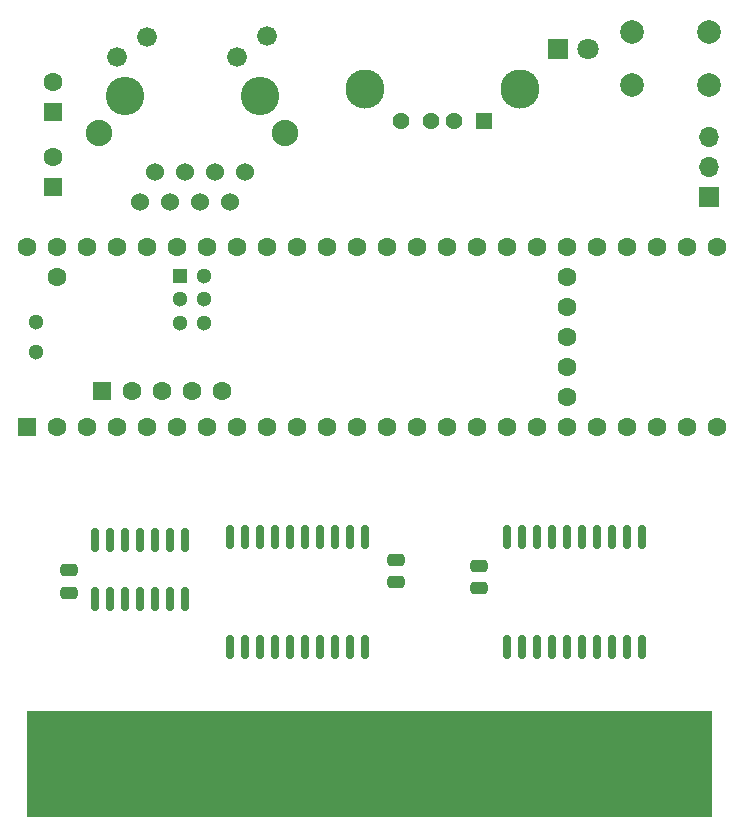
<source format=gbr>
%TF.GenerationSoftware,KiCad,Pcbnew,(6.0.4)*%
%TF.CreationDate,2023-08-14T23:38:21+02:00*%
%TF.ProjectId,TeensyROM,5465656e-7379-4524-9f4d-2e6b69636164,rev?*%
%TF.SameCoordinates,Original*%
%TF.FileFunction,Soldermask,Top*%
%TF.FilePolarity,Negative*%
%FSLAX46Y46*%
G04 Gerber Fmt 4.6, Leading zero omitted, Abs format (unit mm)*
G04 Created by KiCad (PCBNEW (6.0.4)) date 2023-08-14 23:38:21*
%MOMM*%
%LPD*%
G01*
G04 APERTURE LIST*
G04 Aperture macros list*
%AMRoundRect*
0 Rectangle with rounded corners*
0 $1 Rounding radius*
0 $2 $3 $4 $5 $6 $7 $8 $9 X,Y pos of 4 corners*
0 Add a 4 corners polygon primitive as box body*
4,1,4,$2,$3,$4,$5,$6,$7,$8,$9,$2,$3,0*
0 Add four circle primitives for the rounded corners*
1,1,$1+$1,$2,$3*
1,1,$1+$1,$4,$5*
1,1,$1+$1,$6,$7*
1,1,$1+$1,$8,$9*
0 Add four rect primitives between the rounded corners*
20,1,$1+$1,$2,$3,$4,$5,0*
20,1,$1+$1,$4,$5,$6,$7,0*
20,1,$1+$1,$6,$7,$8,$9,0*
20,1,$1+$1,$8,$9,$2,$3,0*%
G04 Aperture macros list end*
%ADD10R,1.800000X1.800000*%
%ADD11C,1.800000*%
%ADD12R,1.700000X1.700000*%
%ADD13O,1.700000X1.700000*%
%ADD14C,3.316000*%
%ADD15C,1.428000*%
%ADD16R,1.428000X1.428000*%
%ADD17RoundRect,0.150000X-0.150000X0.875000X-0.150000X-0.875000X0.150000X-0.875000X0.150000X0.875000X0*%
%ADD18RoundRect,0.150000X-0.150000X0.825000X-0.150000X-0.825000X0.150000X-0.825000X0.150000X0.825000X0*%
%ADD19C,1.600000*%
%ADD20R,1.600000X1.600000*%
%ADD21R,1.300000X1.300000*%
%ADD22C,1.300000*%
%ADD23C,2.000000*%
%ADD24C,3.251200*%
%ADD25C,1.524000*%
%ADD26C,1.676400*%
%ADD27C,2.235200*%
%ADD28RoundRect,0.250000X-0.475000X0.250000X-0.475000X-0.250000X0.475000X-0.250000X0.475000X0.250000X0*%
%ADD29RoundRect,0.250000X0.475000X-0.250000X0.475000X0.250000X-0.475000X0.250000X-0.475000X-0.250000X0*%
G04 APERTURE END LIST*
%TO.C,J1*%
G36*
X177304449Y-139301657D02*
G01*
X119304449Y-139301657D01*
X119304449Y-130301657D01*
X177304449Y-130301657D01*
X177304449Y-139301657D01*
G37*
%TD*%
D10*
%TO.C,D1*%
X164262566Y-74259229D03*
D11*
X166802566Y-74259229D03*
%TD*%
D12*
%TO.C,J4*%
X177051100Y-86827600D03*
D13*
X177051100Y-84287600D03*
X177051100Y-81747600D03*
%TD*%
D14*
%TO.C,J2*%
X147893176Y-77697037D03*
X161033176Y-77697037D03*
D15*
X150963176Y-80407037D03*
X153463176Y-80407037D03*
X155463176Y-80407037D03*
D16*
X157963176Y-80407037D03*
%TD*%
D17*
%TO.C,U5*%
X171361100Y-115593600D03*
X170091100Y-115593600D03*
X168821100Y-115593600D03*
X167551100Y-115593600D03*
X166281100Y-115593600D03*
X165011100Y-115593600D03*
X163741100Y-115593600D03*
X162471100Y-115593600D03*
X161201100Y-115593600D03*
X159931100Y-115593600D03*
X159931100Y-124893600D03*
X161201100Y-124893600D03*
X162471100Y-124893600D03*
X163741100Y-124893600D03*
X165011100Y-124893600D03*
X166281100Y-124893600D03*
X167551100Y-124893600D03*
X168821100Y-124893600D03*
X170091100Y-124893600D03*
X171361100Y-124893600D03*
%TD*%
%TO.C,U4*%
X147866100Y-115593600D03*
X146596100Y-115593600D03*
X145326100Y-115593600D03*
X144056100Y-115593600D03*
X142786100Y-115593600D03*
X141516100Y-115593600D03*
X140246100Y-115593600D03*
X138976100Y-115593600D03*
X137706100Y-115593600D03*
X136436100Y-115593600D03*
X136436100Y-124893600D03*
X137706100Y-124893600D03*
X138976100Y-124893600D03*
X140246100Y-124893600D03*
X141516100Y-124893600D03*
X142786100Y-124893600D03*
X144056100Y-124893600D03*
X145326100Y-124893600D03*
X146596100Y-124893600D03*
X147866100Y-124893600D03*
%TD*%
D18*
%TO.C,U6*%
X132626100Y-115863600D03*
X131356100Y-115863600D03*
X130086100Y-115863600D03*
X128816100Y-115863600D03*
X127546100Y-115863600D03*
X126276100Y-115863600D03*
X125006100Y-115863600D03*
X125006100Y-120813600D03*
X126276100Y-120813600D03*
X127546100Y-120813600D03*
X128816100Y-120813600D03*
X130086100Y-120813600D03*
X131356100Y-120813600D03*
X132626100Y-120813600D03*
%TD*%
D19*
%TO.C,U1*%
X121833358Y-93557900D03*
X135752558Y-103207100D03*
X133212558Y-103207100D03*
X130672558Y-103207100D03*
X128132558Y-103207100D03*
D20*
X125592558Y-103207100D03*
D19*
X119293358Y-91017900D03*
X121833358Y-91017900D03*
X124373358Y-91017900D03*
X126913358Y-91017900D03*
X129453358Y-91017900D03*
X131993358Y-91017900D03*
X134533358Y-91017900D03*
X137073358Y-91017900D03*
X139613358Y-91017900D03*
X142153358Y-91017900D03*
X144693358Y-91017900D03*
X147233358Y-91017900D03*
X149773358Y-91017900D03*
X152313358Y-91017900D03*
D20*
X119293358Y-106257900D03*
D19*
X121833358Y-106257900D03*
X124373358Y-106257900D03*
X126913358Y-106257900D03*
X129453358Y-106257900D03*
X131993358Y-106257900D03*
X134533358Y-106257900D03*
X137073358Y-106257900D03*
X139613358Y-106257900D03*
X142153358Y-106257900D03*
X144693358Y-106257900D03*
X147233358Y-106257900D03*
X149773358Y-106257900D03*
X154853358Y-91017900D03*
X157393358Y-91017900D03*
X159933358Y-91017900D03*
X162473358Y-91017900D03*
X165013358Y-91017900D03*
X167553358Y-91017900D03*
X170093358Y-91017900D03*
X172633358Y-91017900D03*
X175173358Y-91017900D03*
X177713358Y-91017900D03*
X177713358Y-106257900D03*
X175173358Y-106257900D03*
X172633358Y-106257900D03*
X170093358Y-106257900D03*
X152313358Y-106257900D03*
X154853358Y-106257900D03*
X157393358Y-106257900D03*
X167553358Y-106257900D03*
X165013358Y-106257900D03*
X162473358Y-106257900D03*
X159933358Y-106257900D03*
D21*
X132263358Y-93456300D03*
D22*
X134263358Y-93456300D03*
X132263358Y-95456300D03*
X134263358Y-95456300D03*
X134263358Y-97456300D03*
X132263358Y-97456300D03*
D19*
X165013358Y-103717900D03*
X165013358Y-101177900D03*
X165013358Y-98637900D03*
X165013358Y-96097900D03*
X165013358Y-93557900D03*
D22*
X120023358Y-99907900D03*
X120023358Y-97367900D03*
%TD*%
D20*
%TO.C,C1*%
X121450100Y-79603600D03*
D19*
X121450100Y-77103600D03*
%TD*%
D23*
%TO.C,S1*%
X170533649Y-72824288D03*
X177033649Y-72824288D03*
X177033649Y-77324288D03*
X170533649Y-77324288D03*
%TD*%
D24*
%TO.C,J3*%
X127546100Y-78282800D03*
X138976100Y-78282800D03*
D25*
X137706100Y-84658200D03*
X136436100Y-87198200D03*
X135166100Y-84658200D03*
X133896100Y-87198200D03*
X132626100Y-84658200D03*
X131356100Y-87198200D03*
X130086100Y-84658200D03*
X128816100Y-87198200D03*
D26*
X139585700Y-73202800D03*
X137045700Y-74930000D03*
X129476500Y-73228200D03*
X126936500Y-74930000D03*
D27*
X141135100Y-81356200D03*
X125387100Y-81356200D03*
%TD*%
D28*
%TO.C,C4*%
X157518100Y-118023600D03*
X157518100Y-119923600D03*
%TD*%
D29*
%TO.C,C3*%
X122847100Y-120304600D03*
X122847100Y-118404600D03*
%TD*%
D28*
%TO.C,C5*%
X150533100Y-117515600D03*
X150533100Y-119415600D03*
%TD*%
D20*
%TO.C,C2*%
X121450100Y-85953600D03*
D19*
X121450100Y-83453600D03*
%TD*%
M02*

</source>
